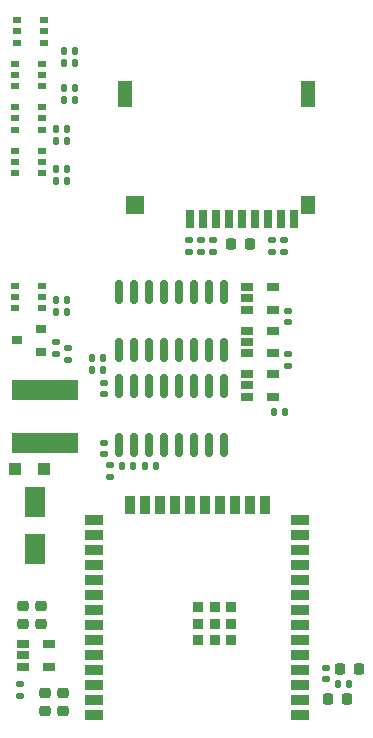
<source format=gbr>
%TF.GenerationSoftware,KiCad,Pcbnew,8.0.4*%
%TF.CreationDate,2024-09-22T15:27:49+02:00*%
%TF.ProjectId,blue_64,626c7565-5f36-4342-9e6b-696361645f70,1.0*%
%TF.SameCoordinates,PX3dc4fd0PY7445a00*%
%TF.FileFunction,Paste,Top*%
%TF.FilePolarity,Positive*%
%FSLAX46Y46*%
G04 Gerber Fmt 4.6, Leading zero omitted, Abs format (unit mm)*
G04 Created by KiCad (PCBNEW 8.0.4) date 2024-09-22 15:27:49*
%MOMM*%
%LPD*%
G01*
G04 APERTURE LIST*
G04 Aperture macros list*
%AMRoundRect*
0 Rectangle with rounded corners*
0 $1 Rounding radius*
0 $2 $3 $4 $5 $6 $7 $8 $9 X,Y pos of 4 corners*
0 Add a 4 corners polygon primitive as box body*
4,1,4,$2,$3,$4,$5,$6,$7,$8,$9,$2,$3,0*
0 Add four circle primitives for the rounded corners*
1,1,$1+$1,$2,$3*
1,1,$1+$1,$4,$5*
1,1,$1+$1,$6,$7*
1,1,$1+$1,$8,$9*
0 Add four rect primitives between the rounded corners*
20,1,$1+$1,$2,$3,$4,$5,0*
20,1,$1+$1,$4,$5,$6,$7,0*
20,1,$1+$1,$6,$7,$8,$9,0*
20,1,$1+$1,$8,$9,$2,$3,0*%
G04 Aperture macros list end*
%ADD10RoundRect,0.147500X-0.147500X-0.172500X0.147500X-0.172500X0.147500X0.172500X-0.147500X0.172500X0*%
%ADD11RoundRect,0.147500X0.147500X0.172500X-0.147500X0.172500X-0.147500X-0.172500X0.147500X-0.172500X0*%
%ADD12R,0.700000X0.510000*%
%ADD13RoundRect,0.147500X0.172500X-0.147500X0.172500X0.147500X-0.172500X0.147500X-0.172500X-0.147500X0*%
%ADD14R,1.000000X1.000000*%
%ADD15RoundRect,0.147500X-0.172500X0.147500X-0.172500X-0.147500X0.172500X-0.147500X0.172500X0.147500X0*%
%ADD16RoundRect,0.218750X0.256250X-0.218750X0.256250X0.218750X-0.256250X0.218750X-0.256250X-0.218750X0*%
%ADD17R,0.700000X1.600000*%
%ADD18R,1.200000X1.500000*%
%ADD19R,1.200000X2.200000*%
%ADD20R,1.600000X1.500000*%
%ADD21R,1.060000X0.650000*%
%ADD22RoundRect,0.218750X-0.218750X-0.256250X0.218750X-0.256250X0.218750X0.256250X-0.218750X0.256250X0*%
%ADD23R,1.500000X0.900000*%
%ADD24R,0.900000X1.500000*%
%ADD25R,0.900000X0.900000*%
%ADD26RoundRect,0.150000X-0.150000X0.825000X-0.150000X-0.825000X0.150000X-0.825000X0.150000X0.825000X0*%
%ADD27R,5.700000X1.700000*%
%ADD28RoundRect,0.218750X-0.256250X0.218750X-0.256250X-0.218750X0.256250X-0.218750X0.256250X0.218750X0*%
%ADD29R,1.800000X2.500000*%
%ADD30R,0.900000X0.800000*%
G04 APERTURE END LIST*
D10*
X18057000Y22225000D03*
X19027000Y22225000D03*
D11*
X14074000Y54229000D03*
X13104000Y54229000D03*
D10*
X15517000Y31369000D03*
X16487000Y31369000D03*
D12*
X9000000Y52639000D03*
X9000000Y51689000D03*
X9000000Y50739000D03*
X11320000Y50739000D03*
X11320000Y51689000D03*
X11320000Y52639000D03*
D10*
X19962000Y22225000D03*
X20932000Y22225000D03*
X15517000Y30353000D03*
X16487000Y30353000D03*
D13*
X24765000Y40409000D03*
X24765000Y41379000D03*
D14*
X8980000Y22020000D03*
X11480000Y22020000D03*
D13*
X30734000Y40409000D03*
X30734000Y41379000D03*
X9398000Y2817000D03*
X9398000Y3787000D03*
D15*
X16510000Y24234000D03*
X16510000Y23264000D03*
D11*
X13439000Y35306000D03*
X12469000Y35306000D03*
D12*
X9000000Y48956000D03*
X9000000Y48006000D03*
X9000000Y47056000D03*
X11320000Y47056000D03*
X11320000Y48006000D03*
X11320000Y48956000D03*
D10*
X36345000Y3810000D03*
X37315000Y3810000D03*
D16*
X13081000Y1498500D03*
X13081000Y3073500D03*
D17*
X23787000Y43188000D03*
X24887000Y43188000D03*
X25987000Y43188000D03*
X27087000Y43188000D03*
X28187000Y43188000D03*
X29287000Y43188000D03*
X30387000Y43188000D03*
X31487000Y43188000D03*
X32587000Y43188000D03*
D18*
X33787000Y44388000D03*
D19*
X33787000Y53788000D03*
D20*
X19187000Y44388000D03*
D19*
X18287000Y53788000D03*
D21*
X9695000Y7173000D03*
X9695000Y6223000D03*
X9695000Y5273000D03*
X11895000Y5273000D03*
X11895000Y7173000D03*
D13*
X31750000Y40409000D03*
X31750000Y41379000D03*
D22*
X36550500Y5080000D03*
X38125500Y5080000D03*
D15*
X12446000Y32743000D03*
X12446000Y31773000D03*
D11*
X14074000Y56388000D03*
X13104000Y56388000D03*
D16*
X11176000Y8864500D03*
X11176000Y10439500D03*
D23*
X33161000Y1167000D03*
X33161000Y2437000D03*
X33161000Y3707000D03*
X33161000Y4977000D03*
X33161000Y6247000D03*
X33161000Y7517000D03*
X33161000Y8787000D03*
X33161000Y10057000D03*
X33161000Y11327000D03*
X33161000Y12597000D03*
X33161000Y13867000D03*
X33161000Y15137000D03*
X33161000Y16407000D03*
X33161000Y17677000D03*
D24*
X30131000Y18927000D03*
X28861000Y18927000D03*
X27591000Y18927000D03*
X26321000Y18927000D03*
X25051000Y18927000D03*
X23781000Y18927000D03*
X22511000Y18927000D03*
X21241000Y18927000D03*
X19971000Y18927000D03*
X18701000Y18927000D03*
D23*
X15661000Y17677000D03*
X15661000Y16407000D03*
X15661000Y15137000D03*
X15661000Y13867000D03*
X15661000Y12597000D03*
X15661000Y11327000D03*
X15661000Y10057000D03*
X15661000Y8787000D03*
X15661000Y7517000D03*
X15661000Y6247000D03*
X15661000Y4977000D03*
X15661000Y3707000D03*
X15661000Y2437000D03*
X15661000Y1167000D03*
D25*
X27311000Y7487000D03*
X27311000Y7487000D03*
X27311000Y8887000D03*
X27311000Y10287000D03*
X27311000Y10287000D03*
X25911000Y7487000D03*
X25911000Y8887000D03*
X25911000Y10287000D03*
X25911000Y10287000D03*
X24511000Y7487000D03*
X24511000Y8887000D03*
X24511000Y10287000D03*
D13*
X23749000Y40409000D03*
X23749000Y41379000D03*
D22*
X35534500Y2540000D03*
X37109500Y2540000D03*
D11*
X13439000Y47371000D03*
X12469000Y47371000D03*
D13*
X17018000Y21359000D03*
X17018000Y22329000D03*
X16510000Y28344000D03*
X16510000Y29314000D03*
D21*
X28618000Y37399000D03*
X28618000Y36449000D03*
X28618000Y35499000D03*
X30818000Y35499000D03*
X30818000Y37399000D03*
D15*
X13462000Y32235000D03*
X13462000Y31265000D03*
D26*
X26670000Y29018000D03*
X25400000Y29018000D03*
X24130000Y29018000D03*
X22860000Y29018000D03*
X21590000Y29018000D03*
X20320000Y29018000D03*
X19050000Y29018000D03*
X17780000Y29018000D03*
X17780000Y24068000D03*
X19050000Y24068000D03*
X20320000Y24068000D03*
X21590000Y24068000D03*
X22860000Y24068000D03*
X24130000Y24068000D03*
X25400000Y24068000D03*
X26670000Y24068000D03*
D11*
X13439000Y46355000D03*
X12469000Y46355000D03*
D13*
X35306000Y4214000D03*
X35306000Y5184000D03*
D27*
X11557000Y28670000D03*
X11557000Y24170000D03*
D11*
X13439000Y49784000D03*
X12469000Y49784000D03*
D26*
X26670000Y37019000D03*
X25400000Y37019000D03*
X24130000Y37019000D03*
X22860000Y37019000D03*
X21590000Y37019000D03*
X20320000Y37019000D03*
X19050000Y37019000D03*
X17780000Y37019000D03*
X17780000Y32069000D03*
X19050000Y32069000D03*
X20320000Y32069000D03*
X21590000Y32069000D03*
X22860000Y32069000D03*
X24130000Y32069000D03*
X25400000Y32069000D03*
X26670000Y32069000D03*
D11*
X14074000Y53213000D03*
X13104000Y53213000D03*
D12*
X9000000Y56322000D03*
X9000000Y55372000D03*
X9000000Y54422000D03*
X11320000Y54422000D03*
X11320000Y55372000D03*
X11320000Y56322000D03*
D11*
X13439000Y36322000D03*
X12469000Y36322000D03*
D21*
X28618000Y33716000D03*
X28618000Y32766000D03*
X28618000Y31816000D03*
X30818000Y31816000D03*
X30818000Y33716000D03*
D13*
X25781000Y40409000D03*
X25781000Y41379000D03*
D11*
X13439000Y50800000D03*
X12469000Y50800000D03*
D28*
X11557000Y3073500D03*
X11557000Y1498500D03*
D11*
X31854000Y26797000D03*
X30884000Y26797000D03*
X14074000Y57404000D03*
X13104000Y57404000D03*
D13*
X32131000Y30757000D03*
X32131000Y31727000D03*
D12*
X9127000Y60005000D03*
X9127000Y59055000D03*
X9127000Y58105000D03*
X11447000Y58105000D03*
X11447000Y59055000D03*
X11447000Y60005000D03*
D29*
X10730000Y15220000D03*
X10730000Y19220000D03*
D30*
X11160000Y31943000D03*
X11160000Y33843000D03*
X9160000Y32893000D03*
D12*
X9000000Y37526000D03*
X9000000Y36576000D03*
X9000000Y35626000D03*
X11320000Y35626000D03*
X11320000Y36576000D03*
X11320000Y37526000D03*
D13*
X32131000Y34440000D03*
X32131000Y35410000D03*
D21*
X28618000Y30033000D03*
X28618000Y29083000D03*
X28618000Y28133000D03*
X30818000Y28133000D03*
X30818000Y30033000D03*
D16*
X9652000Y8864500D03*
X9652000Y10439500D03*
D22*
X27279500Y41021000D03*
X28854500Y41021000D03*
M02*

</source>
